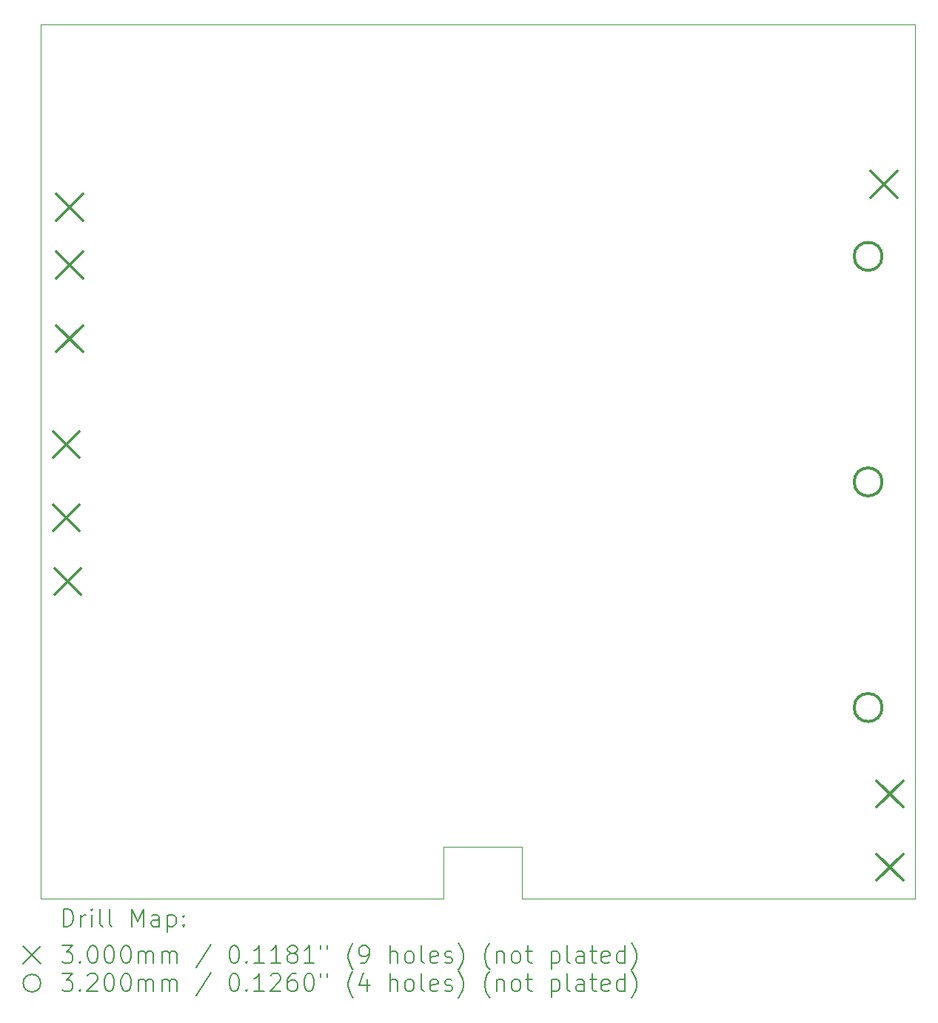
<source format=gbr>
%TF.GenerationSoftware,KiCad,Pcbnew,9.0.0*%
%TF.CreationDate,2025-03-25T01:22:25+01:00*%
%TF.ProjectId,FCCU-v2-schematic-pcb,46434355-2d76-4322-9d73-6368656d6174,rev?*%
%TF.SameCoordinates,Original*%
%TF.FileFunction,Drillmap*%
%TF.FilePolarity,Positive*%
%FSLAX45Y45*%
G04 Gerber Fmt 4.5, Leading zero omitted, Abs format (unit mm)*
G04 Created by KiCad (PCBNEW 9.0.0) date 2025-03-25 01:22:25*
%MOMM*%
%LPD*%
G01*
G04 APERTURE LIST*
%ADD10C,0.050000*%
%ADD11C,0.200000*%
%ADD12C,0.300000*%
%ADD13C,0.320000*%
G04 APERTURE END LIST*
D10*
X14550000Y-11550000D02*
X14550000Y-10950000D01*
X9050000Y-11550000D02*
X13650000Y-11550000D01*
X9050000Y-1550000D02*
X9050000Y-11550000D01*
X14550000Y-10950000D02*
X13650000Y-10950000D01*
X19050000Y-11550000D02*
X19050000Y-1550000D01*
X19050000Y-1550000D02*
X9050000Y-1550000D01*
X14550000Y-11550000D02*
X19050000Y-11550000D01*
X13650000Y-10950000D02*
X13650000Y-11550000D01*
D11*
D12*
X9191290Y-6201575D02*
X9491290Y-6501575D01*
X9491290Y-6201575D02*
X9191290Y-6501575D01*
X9191290Y-7041575D02*
X9491290Y-7341575D01*
X9491290Y-7041575D02*
X9191290Y-7341575D01*
X9207500Y-7770000D02*
X9507500Y-8070000D01*
X9507500Y-7770000D02*
X9207500Y-8070000D01*
X9227500Y-3490000D02*
X9527500Y-3790000D01*
X9527500Y-3490000D02*
X9227500Y-3790000D01*
X9227500Y-4150000D02*
X9527500Y-4450000D01*
X9527500Y-4150000D02*
X9227500Y-4450000D01*
X9227500Y-4990000D02*
X9527500Y-5290000D01*
X9527500Y-4990000D02*
X9227500Y-5290000D01*
X18542500Y-3225000D02*
X18842500Y-3525000D01*
X18842500Y-3225000D02*
X18542500Y-3525000D01*
X18608710Y-10198425D02*
X18908710Y-10498425D01*
X18908710Y-10198425D02*
X18608710Y-10498425D01*
X18608710Y-11038425D02*
X18908710Y-11338425D01*
X18908710Y-11038425D02*
X18608710Y-11338425D01*
D13*
X18670000Y-4200000D02*
G75*
G02*
X18350000Y-4200000I-160000J0D01*
G01*
X18350000Y-4200000D02*
G75*
G02*
X18670000Y-4200000I160000J0D01*
G01*
X18670000Y-6780000D02*
G75*
G02*
X18350000Y-6780000I-160000J0D01*
G01*
X18350000Y-6780000D02*
G75*
G02*
X18670000Y-6780000I160000J0D01*
G01*
X18670000Y-6780000D02*
G75*
G02*
X18350000Y-6780000I-160000J0D01*
G01*
X18350000Y-6780000D02*
G75*
G02*
X18670000Y-6780000I160000J0D01*
G01*
X18670000Y-9360000D02*
G75*
G02*
X18350000Y-9360000I-160000J0D01*
G01*
X18350000Y-9360000D02*
G75*
G02*
X18670000Y-9360000I160000J0D01*
G01*
D11*
X9308277Y-11863984D02*
X9308277Y-11663984D01*
X9308277Y-11663984D02*
X9355896Y-11663984D01*
X9355896Y-11663984D02*
X9384467Y-11673508D01*
X9384467Y-11673508D02*
X9403515Y-11692555D01*
X9403515Y-11692555D02*
X9413039Y-11711603D01*
X9413039Y-11711603D02*
X9422563Y-11749698D01*
X9422563Y-11749698D02*
X9422563Y-11778269D01*
X9422563Y-11778269D02*
X9413039Y-11816365D01*
X9413039Y-11816365D02*
X9403515Y-11835412D01*
X9403515Y-11835412D02*
X9384467Y-11854460D01*
X9384467Y-11854460D02*
X9355896Y-11863984D01*
X9355896Y-11863984D02*
X9308277Y-11863984D01*
X9508277Y-11863984D02*
X9508277Y-11730650D01*
X9508277Y-11768746D02*
X9517801Y-11749698D01*
X9517801Y-11749698D02*
X9527324Y-11740174D01*
X9527324Y-11740174D02*
X9546372Y-11730650D01*
X9546372Y-11730650D02*
X9565420Y-11730650D01*
X9632086Y-11863984D02*
X9632086Y-11730650D01*
X9632086Y-11663984D02*
X9622563Y-11673508D01*
X9622563Y-11673508D02*
X9632086Y-11683031D01*
X9632086Y-11683031D02*
X9641610Y-11673508D01*
X9641610Y-11673508D02*
X9632086Y-11663984D01*
X9632086Y-11663984D02*
X9632086Y-11683031D01*
X9755896Y-11863984D02*
X9736848Y-11854460D01*
X9736848Y-11854460D02*
X9727324Y-11835412D01*
X9727324Y-11835412D02*
X9727324Y-11663984D01*
X9860658Y-11863984D02*
X9841610Y-11854460D01*
X9841610Y-11854460D02*
X9832086Y-11835412D01*
X9832086Y-11835412D02*
X9832086Y-11663984D01*
X10089229Y-11863984D02*
X10089229Y-11663984D01*
X10089229Y-11663984D02*
X10155896Y-11806841D01*
X10155896Y-11806841D02*
X10222563Y-11663984D01*
X10222563Y-11663984D02*
X10222563Y-11863984D01*
X10403515Y-11863984D02*
X10403515Y-11759222D01*
X10403515Y-11759222D02*
X10393991Y-11740174D01*
X10393991Y-11740174D02*
X10374944Y-11730650D01*
X10374944Y-11730650D02*
X10336848Y-11730650D01*
X10336848Y-11730650D02*
X10317801Y-11740174D01*
X10403515Y-11854460D02*
X10384467Y-11863984D01*
X10384467Y-11863984D02*
X10336848Y-11863984D01*
X10336848Y-11863984D02*
X10317801Y-11854460D01*
X10317801Y-11854460D02*
X10308277Y-11835412D01*
X10308277Y-11835412D02*
X10308277Y-11816365D01*
X10308277Y-11816365D02*
X10317801Y-11797317D01*
X10317801Y-11797317D02*
X10336848Y-11787793D01*
X10336848Y-11787793D02*
X10384467Y-11787793D01*
X10384467Y-11787793D02*
X10403515Y-11778269D01*
X10498753Y-11730650D02*
X10498753Y-11930650D01*
X10498753Y-11740174D02*
X10517801Y-11730650D01*
X10517801Y-11730650D02*
X10555896Y-11730650D01*
X10555896Y-11730650D02*
X10574944Y-11740174D01*
X10574944Y-11740174D02*
X10584467Y-11749698D01*
X10584467Y-11749698D02*
X10593991Y-11768746D01*
X10593991Y-11768746D02*
X10593991Y-11825888D01*
X10593991Y-11825888D02*
X10584467Y-11844936D01*
X10584467Y-11844936D02*
X10574944Y-11854460D01*
X10574944Y-11854460D02*
X10555896Y-11863984D01*
X10555896Y-11863984D02*
X10517801Y-11863984D01*
X10517801Y-11863984D02*
X10498753Y-11854460D01*
X10679705Y-11844936D02*
X10689229Y-11854460D01*
X10689229Y-11854460D02*
X10679705Y-11863984D01*
X10679705Y-11863984D02*
X10670182Y-11854460D01*
X10670182Y-11854460D02*
X10679705Y-11844936D01*
X10679705Y-11844936D02*
X10679705Y-11863984D01*
X10679705Y-11740174D02*
X10689229Y-11749698D01*
X10689229Y-11749698D02*
X10679705Y-11759222D01*
X10679705Y-11759222D02*
X10670182Y-11749698D01*
X10670182Y-11749698D02*
X10679705Y-11740174D01*
X10679705Y-11740174D02*
X10679705Y-11759222D01*
X8847500Y-12092500D02*
X9047500Y-12292500D01*
X9047500Y-12092500D02*
X8847500Y-12292500D01*
X9289229Y-12083984D02*
X9413039Y-12083984D01*
X9413039Y-12083984D02*
X9346372Y-12160174D01*
X9346372Y-12160174D02*
X9374944Y-12160174D01*
X9374944Y-12160174D02*
X9393991Y-12169698D01*
X9393991Y-12169698D02*
X9403515Y-12179222D01*
X9403515Y-12179222D02*
X9413039Y-12198269D01*
X9413039Y-12198269D02*
X9413039Y-12245888D01*
X9413039Y-12245888D02*
X9403515Y-12264936D01*
X9403515Y-12264936D02*
X9393991Y-12274460D01*
X9393991Y-12274460D02*
X9374944Y-12283984D01*
X9374944Y-12283984D02*
X9317801Y-12283984D01*
X9317801Y-12283984D02*
X9298753Y-12274460D01*
X9298753Y-12274460D02*
X9289229Y-12264936D01*
X9498753Y-12264936D02*
X9508277Y-12274460D01*
X9508277Y-12274460D02*
X9498753Y-12283984D01*
X9498753Y-12283984D02*
X9489229Y-12274460D01*
X9489229Y-12274460D02*
X9498753Y-12264936D01*
X9498753Y-12264936D02*
X9498753Y-12283984D01*
X9632086Y-12083984D02*
X9651134Y-12083984D01*
X9651134Y-12083984D02*
X9670182Y-12093508D01*
X9670182Y-12093508D02*
X9679705Y-12103031D01*
X9679705Y-12103031D02*
X9689229Y-12122079D01*
X9689229Y-12122079D02*
X9698753Y-12160174D01*
X9698753Y-12160174D02*
X9698753Y-12207793D01*
X9698753Y-12207793D02*
X9689229Y-12245888D01*
X9689229Y-12245888D02*
X9679705Y-12264936D01*
X9679705Y-12264936D02*
X9670182Y-12274460D01*
X9670182Y-12274460D02*
X9651134Y-12283984D01*
X9651134Y-12283984D02*
X9632086Y-12283984D01*
X9632086Y-12283984D02*
X9613039Y-12274460D01*
X9613039Y-12274460D02*
X9603515Y-12264936D01*
X9603515Y-12264936D02*
X9593991Y-12245888D01*
X9593991Y-12245888D02*
X9584467Y-12207793D01*
X9584467Y-12207793D02*
X9584467Y-12160174D01*
X9584467Y-12160174D02*
X9593991Y-12122079D01*
X9593991Y-12122079D02*
X9603515Y-12103031D01*
X9603515Y-12103031D02*
X9613039Y-12093508D01*
X9613039Y-12093508D02*
X9632086Y-12083984D01*
X9822563Y-12083984D02*
X9841610Y-12083984D01*
X9841610Y-12083984D02*
X9860658Y-12093508D01*
X9860658Y-12093508D02*
X9870182Y-12103031D01*
X9870182Y-12103031D02*
X9879705Y-12122079D01*
X9879705Y-12122079D02*
X9889229Y-12160174D01*
X9889229Y-12160174D02*
X9889229Y-12207793D01*
X9889229Y-12207793D02*
X9879705Y-12245888D01*
X9879705Y-12245888D02*
X9870182Y-12264936D01*
X9870182Y-12264936D02*
X9860658Y-12274460D01*
X9860658Y-12274460D02*
X9841610Y-12283984D01*
X9841610Y-12283984D02*
X9822563Y-12283984D01*
X9822563Y-12283984D02*
X9803515Y-12274460D01*
X9803515Y-12274460D02*
X9793991Y-12264936D01*
X9793991Y-12264936D02*
X9784467Y-12245888D01*
X9784467Y-12245888D02*
X9774944Y-12207793D01*
X9774944Y-12207793D02*
X9774944Y-12160174D01*
X9774944Y-12160174D02*
X9784467Y-12122079D01*
X9784467Y-12122079D02*
X9793991Y-12103031D01*
X9793991Y-12103031D02*
X9803515Y-12093508D01*
X9803515Y-12093508D02*
X9822563Y-12083984D01*
X10013039Y-12083984D02*
X10032086Y-12083984D01*
X10032086Y-12083984D02*
X10051134Y-12093508D01*
X10051134Y-12093508D02*
X10060658Y-12103031D01*
X10060658Y-12103031D02*
X10070182Y-12122079D01*
X10070182Y-12122079D02*
X10079705Y-12160174D01*
X10079705Y-12160174D02*
X10079705Y-12207793D01*
X10079705Y-12207793D02*
X10070182Y-12245888D01*
X10070182Y-12245888D02*
X10060658Y-12264936D01*
X10060658Y-12264936D02*
X10051134Y-12274460D01*
X10051134Y-12274460D02*
X10032086Y-12283984D01*
X10032086Y-12283984D02*
X10013039Y-12283984D01*
X10013039Y-12283984D02*
X9993991Y-12274460D01*
X9993991Y-12274460D02*
X9984467Y-12264936D01*
X9984467Y-12264936D02*
X9974944Y-12245888D01*
X9974944Y-12245888D02*
X9965420Y-12207793D01*
X9965420Y-12207793D02*
X9965420Y-12160174D01*
X9965420Y-12160174D02*
X9974944Y-12122079D01*
X9974944Y-12122079D02*
X9984467Y-12103031D01*
X9984467Y-12103031D02*
X9993991Y-12093508D01*
X9993991Y-12093508D02*
X10013039Y-12083984D01*
X10165420Y-12283984D02*
X10165420Y-12150650D01*
X10165420Y-12169698D02*
X10174944Y-12160174D01*
X10174944Y-12160174D02*
X10193991Y-12150650D01*
X10193991Y-12150650D02*
X10222563Y-12150650D01*
X10222563Y-12150650D02*
X10241610Y-12160174D01*
X10241610Y-12160174D02*
X10251134Y-12179222D01*
X10251134Y-12179222D02*
X10251134Y-12283984D01*
X10251134Y-12179222D02*
X10260658Y-12160174D01*
X10260658Y-12160174D02*
X10279705Y-12150650D01*
X10279705Y-12150650D02*
X10308277Y-12150650D01*
X10308277Y-12150650D02*
X10327325Y-12160174D01*
X10327325Y-12160174D02*
X10336848Y-12179222D01*
X10336848Y-12179222D02*
X10336848Y-12283984D01*
X10432086Y-12283984D02*
X10432086Y-12150650D01*
X10432086Y-12169698D02*
X10441610Y-12160174D01*
X10441610Y-12160174D02*
X10460658Y-12150650D01*
X10460658Y-12150650D02*
X10489229Y-12150650D01*
X10489229Y-12150650D02*
X10508277Y-12160174D01*
X10508277Y-12160174D02*
X10517801Y-12179222D01*
X10517801Y-12179222D02*
X10517801Y-12283984D01*
X10517801Y-12179222D02*
X10527325Y-12160174D01*
X10527325Y-12160174D02*
X10546372Y-12150650D01*
X10546372Y-12150650D02*
X10574944Y-12150650D01*
X10574944Y-12150650D02*
X10593991Y-12160174D01*
X10593991Y-12160174D02*
X10603515Y-12179222D01*
X10603515Y-12179222D02*
X10603515Y-12283984D01*
X10993991Y-12074460D02*
X10822563Y-12331603D01*
X11251134Y-12083984D02*
X11270182Y-12083984D01*
X11270182Y-12083984D02*
X11289229Y-12093508D01*
X11289229Y-12093508D02*
X11298753Y-12103031D01*
X11298753Y-12103031D02*
X11308277Y-12122079D01*
X11308277Y-12122079D02*
X11317801Y-12160174D01*
X11317801Y-12160174D02*
X11317801Y-12207793D01*
X11317801Y-12207793D02*
X11308277Y-12245888D01*
X11308277Y-12245888D02*
X11298753Y-12264936D01*
X11298753Y-12264936D02*
X11289229Y-12274460D01*
X11289229Y-12274460D02*
X11270182Y-12283984D01*
X11270182Y-12283984D02*
X11251134Y-12283984D01*
X11251134Y-12283984D02*
X11232086Y-12274460D01*
X11232086Y-12274460D02*
X11222563Y-12264936D01*
X11222563Y-12264936D02*
X11213039Y-12245888D01*
X11213039Y-12245888D02*
X11203515Y-12207793D01*
X11203515Y-12207793D02*
X11203515Y-12160174D01*
X11203515Y-12160174D02*
X11213039Y-12122079D01*
X11213039Y-12122079D02*
X11222563Y-12103031D01*
X11222563Y-12103031D02*
X11232086Y-12093508D01*
X11232086Y-12093508D02*
X11251134Y-12083984D01*
X11403515Y-12264936D02*
X11413039Y-12274460D01*
X11413039Y-12274460D02*
X11403515Y-12283984D01*
X11403515Y-12283984D02*
X11393991Y-12274460D01*
X11393991Y-12274460D02*
X11403515Y-12264936D01*
X11403515Y-12264936D02*
X11403515Y-12283984D01*
X11603515Y-12283984D02*
X11489229Y-12283984D01*
X11546372Y-12283984D02*
X11546372Y-12083984D01*
X11546372Y-12083984D02*
X11527325Y-12112555D01*
X11527325Y-12112555D02*
X11508277Y-12131603D01*
X11508277Y-12131603D02*
X11489229Y-12141127D01*
X11793991Y-12283984D02*
X11679706Y-12283984D01*
X11736848Y-12283984D02*
X11736848Y-12083984D01*
X11736848Y-12083984D02*
X11717801Y-12112555D01*
X11717801Y-12112555D02*
X11698753Y-12131603D01*
X11698753Y-12131603D02*
X11679706Y-12141127D01*
X11908277Y-12169698D02*
X11889229Y-12160174D01*
X11889229Y-12160174D02*
X11879706Y-12150650D01*
X11879706Y-12150650D02*
X11870182Y-12131603D01*
X11870182Y-12131603D02*
X11870182Y-12122079D01*
X11870182Y-12122079D02*
X11879706Y-12103031D01*
X11879706Y-12103031D02*
X11889229Y-12093508D01*
X11889229Y-12093508D02*
X11908277Y-12083984D01*
X11908277Y-12083984D02*
X11946372Y-12083984D01*
X11946372Y-12083984D02*
X11965420Y-12093508D01*
X11965420Y-12093508D02*
X11974944Y-12103031D01*
X11974944Y-12103031D02*
X11984467Y-12122079D01*
X11984467Y-12122079D02*
X11984467Y-12131603D01*
X11984467Y-12131603D02*
X11974944Y-12150650D01*
X11974944Y-12150650D02*
X11965420Y-12160174D01*
X11965420Y-12160174D02*
X11946372Y-12169698D01*
X11946372Y-12169698D02*
X11908277Y-12169698D01*
X11908277Y-12169698D02*
X11889229Y-12179222D01*
X11889229Y-12179222D02*
X11879706Y-12188746D01*
X11879706Y-12188746D02*
X11870182Y-12207793D01*
X11870182Y-12207793D02*
X11870182Y-12245888D01*
X11870182Y-12245888D02*
X11879706Y-12264936D01*
X11879706Y-12264936D02*
X11889229Y-12274460D01*
X11889229Y-12274460D02*
X11908277Y-12283984D01*
X11908277Y-12283984D02*
X11946372Y-12283984D01*
X11946372Y-12283984D02*
X11965420Y-12274460D01*
X11965420Y-12274460D02*
X11974944Y-12264936D01*
X11974944Y-12264936D02*
X11984467Y-12245888D01*
X11984467Y-12245888D02*
X11984467Y-12207793D01*
X11984467Y-12207793D02*
X11974944Y-12188746D01*
X11974944Y-12188746D02*
X11965420Y-12179222D01*
X11965420Y-12179222D02*
X11946372Y-12169698D01*
X12174944Y-12283984D02*
X12060658Y-12283984D01*
X12117801Y-12283984D02*
X12117801Y-12083984D01*
X12117801Y-12083984D02*
X12098753Y-12112555D01*
X12098753Y-12112555D02*
X12079706Y-12131603D01*
X12079706Y-12131603D02*
X12060658Y-12141127D01*
X12251134Y-12083984D02*
X12251134Y-12122079D01*
X12327325Y-12083984D02*
X12327325Y-12122079D01*
X12622563Y-12360174D02*
X12613039Y-12350650D01*
X12613039Y-12350650D02*
X12593991Y-12322079D01*
X12593991Y-12322079D02*
X12584468Y-12303031D01*
X12584468Y-12303031D02*
X12574944Y-12274460D01*
X12574944Y-12274460D02*
X12565420Y-12226841D01*
X12565420Y-12226841D02*
X12565420Y-12188746D01*
X12565420Y-12188746D02*
X12574944Y-12141127D01*
X12574944Y-12141127D02*
X12584468Y-12112555D01*
X12584468Y-12112555D02*
X12593991Y-12093508D01*
X12593991Y-12093508D02*
X12613039Y-12064936D01*
X12613039Y-12064936D02*
X12622563Y-12055412D01*
X12708277Y-12283984D02*
X12746372Y-12283984D01*
X12746372Y-12283984D02*
X12765420Y-12274460D01*
X12765420Y-12274460D02*
X12774944Y-12264936D01*
X12774944Y-12264936D02*
X12793991Y-12236365D01*
X12793991Y-12236365D02*
X12803515Y-12198269D01*
X12803515Y-12198269D02*
X12803515Y-12122079D01*
X12803515Y-12122079D02*
X12793991Y-12103031D01*
X12793991Y-12103031D02*
X12784468Y-12093508D01*
X12784468Y-12093508D02*
X12765420Y-12083984D01*
X12765420Y-12083984D02*
X12727325Y-12083984D01*
X12727325Y-12083984D02*
X12708277Y-12093508D01*
X12708277Y-12093508D02*
X12698753Y-12103031D01*
X12698753Y-12103031D02*
X12689229Y-12122079D01*
X12689229Y-12122079D02*
X12689229Y-12169698D01*
X12689229Y-12169698D02*
X12698753Y-12188746D01*
X12698753Y-12188746D02*
X12708277Y-12198269D01*
X12708277Y-12198269D02*
X12727325Y-12207793D01*
X12727325Y-12207793D02*
X12765420Y-12207793D01*
X12765420Y-12207793D02*
X12784468Y-12198269D01*
X12784468Y-12198269D02*
X12793991Y-12188746D01*
X12793991Y-12188746D02*
X12803515Y-12169698D01*
X13041610Y-12283984D02*
X13041610Y-12083984D01*
X13127325Y-12283984D02*
X13127325Y-12179222D01*
X13127325Y-12179222D02*
X13117801Y-12160174D01*
X13117801Y-12160174D02*
X13098753Y-12150650D01*
X13098753Y-12150650D02*
X13070182Y-12150650D01*
X13070182Y-12150650D02*
X13051134Y-12160174D01*
X13051134Y-12160174D02*
X13041610Y-12169698D01*
X13251134Y-12283984D02*
X13232087Y-12274460D01*
X13232087Y-12274460D02*
X13222563Y-12264936D01*
X13222563Y-12264936D02*
X13213039Y-12245888D01*
X13213039Y-12245888D02*
X13213039Y-12188746D01*
X13213039Y-12188746D02*
X13222563Y-12169698D01*
X13222563Y-12169698D02*
X13232087Y-12160174D01*
X13232087Y-12160174D02*
X13251134Y-12150650D01*
X13251134Y-12150650D02*
X13279706Y-12150650D01*
X13279706Y-12150650D02*
X13298753Y-12160174D01*
X13298753Y-12160174D02*
X13308277Y-12169698D01*
X13308277Y-12169698D02*
X13317801Y-12188746D01*
X13317801Y-12188746D02*
X13317801Y-12245888D01*
X13317801Y-12245888D02*
X13308277Y-12264936D01*
X13308277Y-12264936D02*
X13298753Y-12274460D01*
X13298753Y-12274460D02*
X13279706Y-12283984D01*
X13279706Y-12283984D02*
X13251134Y-12283984D01*
X13432087Y-12283984D02*
X13413039Y-12274460D01*
X13413039Y-12274460D02*
X13403515Y-12255412D01*
X13403515Y-12255412D02*
X13403515Y-12083984D01*
X13584468Y-12274460D02*
X13565420Y-12283984D01*
X13565420Y-12283984D02*
X13527325Y-12283984D01*
X13527325Y-12283984D02*
X13508277Y-12274460D01*
X13508277Y-12274460D02*
X13498753Y-12255412D01*
X13498753Y-12255412D02*
X13498753Y-12179222D01*
X13498753Y-12179222D02*
X13508277Y-12160174D01*
X13508277Y-12160174D02*
X13527325Y-12150650D01*
X13527325Y-12150650D02*
X13565420Y-12150650D01*
X13565420Y-12150650D02*
X13584468Y-12160174D01*
X13584468Y-12160174D02*
X13593991Y-12179222D01*
X13593991Y-12179222D02*
X13593991Y-12198269D01*
X13593991Y-12198269D02*
X13498753Y-12217317D01*
X13670182Y-12274460D02*
X13689230Y-12283984D01*
X13689230Y-12283984D02*
X13727325Y-12283984D01*
X13727325Y-12283984D02*
X13746372Y-12274460D01*
X13746372Y-12274460D02*
X13755896Y-12255412D01*
X13755896Y-12255412D02*
X13755896Y-12245888D01*
X13755896Y-12245888D02*
X13746372Y-12226841D01*
X13746372Y-12226841D02*
X13727325Y-12217317D01*
X13727325Y-12217317D02*
X13698753Y-12217317D01*
X13698753Y-12217317D02*
X13679706Y-12207793D01*
X13679706Y-12207793D02*
X13670182Y-12188746D01*
X13670182Y-12188746D02*
X13670182Y-12179222D01*
X13670182Y-12179222D02*
X13679706Y-12160174D01*
X13679706Y-12160174D02*
X13698753Y-12150650D01*
X13698753Y-12150650D02*
X13727325Y-12150650D01*
X13727325Y-12150650D02*
X13746372Y-12160174D01*
X13822563Y-12360174D02*
X13832087Y-12350650D01*
X13832087Y-12350650D02*
X13851134Y-12322079D01*
X13851134Y-12322079D02*
X13860658Y-12303031D01*
X13860658Y-12303031D02*
X13870182Y-12274460D01*
X13870182Y-12274460D02*
X13879706Y-12226841D01*
X13879706Y-12226841D02*
X13879706Y-12188746D01*
X13879706Y-12188746D02*
X13870182Y-12141127D01*
X13870182Y-12141127D02*
X13860658Y-12112555D01*
X13860658Y-12112555D02*
X13851134Y-12093508D01*
X13851134Y-12093508D02*
X13832087Y-12064936D01*
X13832087Y-12064936D02*
X13822563Y-12055412D01*
X14184468Y-12360174D02*
X14174944Y-12350650D01*
X14174944Y-12350650D02*
X14155896Y-12322079D01*
X14155896Y-12322079D02*
X14146372Y-12303031D01*
X14146372Y-12303031D02*
X14136849Y-12274460D01*
X14136849Y-12274460D02*
X14127325Y-12226841D01*
X14127325Y-12226841D02*
X14127325Y-12188746D01*
X14127325Y-12188746D02*
X14136849Y-12141127D01*
X14136849Y-12141127D02*
X14146372Y-12112555D01*
X14146372Y-12112555D02*
X14155896Y-12093508D01*
X14155896Y-12093508D02*
X14174944Y-12064936D01*
X14174944Y-12064936D02*
X14184468Y-12055412D01*
X14260658Y-12150650D02*
X14260658Y-12283984D01*
X14260658Y-12169698D02*
X14270182Y-12160174D01*
X14270182Y-12160174D02*
X14289230Y-12150650D01*
X14289230Y-12150650D02*
X14317801Y-12150650D01*
X14317801Y-12150650D02*
X14336849Y-12160174D01*
X14336849Y-12160174D02*
X14346372Y-12179222D01*
X14346372Y-12179222D02*
X14346372Y-12283984D01*
X14470182Y-12283984D02*
X14451134Y-12274460D01*
X14451134Y-12274460D02*
X14441611Y-12264936D01*
X14441611Y-12264936D02*
X14432087Y-12245888D01*
X14432087Y-12245888D02*
X14432087Y-12188746D01*
X14432087Y-12188746D02*
X14441611Y-12169698D01*
X14441611Y-12169698D02*
X14451134Y-12160174D01*
X14451134Y-12160174D02*
X14470182Y-12150650D01*
X14470182Y-12150650D02*
X14498753Y-12150650D01*
X14498753Y-12150650D02*
X14517801Y-12160174D01*
X14517801Y-12160174D02*
X14527325Y-12169698D01*
X14527325Y-12169698D02*
X14536849Y-12188746D01*
X14536849Y-12188746D02*
X14536849Y-12245888D01*
X14536849Y-12245888D02*
X14527325Y-12264936D01*
X14527325Y-12264936D02*
X14517801Y-12274460D01*
X14517801Y-12274460D02*
X14498753Y-12283984D01*
X14498753Y-12283984D02*
X14470182Y-12283984D01*
X14593992Y-12150650D02*
X14670182Y-12150650D01*
X14622563Y-12083984D02*
X14622563Y-12255412D01*
X14622563Y-12255412D02*
X14632087Y-12274460D01*
X14632087Y-12274460D02*
X14651134Y-12283984D01*
X14651134Y-12283984D02*
X14670182Y-12283984D01*
X14889230Y-12150650D02*
X14889230Y-12350650D01*
X14889230Y-12160174D02*
X14908277Y-12150650D01*
X14908277Y-12150650D02*
X14946373Y-12150650D01*
X14946373Y-12150650D02*
X14965420Y-12160174D01*
X14965420Y-12160174D02*
X14974944Y-12169698D01*
X14974944Y-12169698D02*
X14984468Y-12188746D01*
X14984468Y-12188746D02*
X14984468Y-12245888D01*
X14984468Y-12245888D02*
X14974944Y-12264936D01*
X14974944Y-12264936D02*
X14965420Y-12274460D01*
X14965420Y-12274460D02*
X14946373Y-12283984D01*
X14946373Y-12283984D02*
X14908277Y-12283984D01*
X14908277Y-12283984D02*
X14889230Y-12274460D01*
X15098753Y-12283984D02*
X15079706Y-12274460D01*
X15079706Y-12274460D02*
X15070182Y-12255412D01*
X15070182Y-12255412D02*
X15070182Y-12083984D01*
X15260658Y-12283984D02*
X15260658Y-12179222D01*
X15260658Y-12179222D02*
X15251134Y-12160174D01*
X15251134Y-12160174D02*
X15232087Y-12150650D01*
X15232087Y-12150650D02*
X15193992Y-12150650D01*
X15193992Y-12150650D02*
X15174944Y-12160174D01*
X15260658Y-12274460D02*
X15241611Y-12283984D01*
X15241611Y-12283984D02*
X15193992Y-12283984D01*
X15193992Y-12283984D02*
X15174944Y-12274460D01*
X15174944Y-12274460D02*
X15165420Y-12255412D01*
X15165420Y-12255412D02*
X15165420Y-12236365D01*
X15165420Y-12236365D02*
X15174944Y-12217317D01*
X15174944Y-12217317D02*
X15193992Y-12207793D01*
X15193992Y-12207793D02*
X15241611Y-12207793D01*
X15241611Y-12207793D02*
X15260658Y-12198269D01*
X15327325Y-12150650D02*
X15403515Y-12150650D01*
X15355896Y-12083984D02*
X15355896Y-12255412D01*
X15355896Y-12255412D02*
X15365420Y-12274460D01*
X15365420Y-12274460D02*
X15384468Y-12283984D01*
X15384468Y-12283984D02*
X15403515Y-12283984D01*
X15546373Y-12274460D02*
X15527325Y-12283984D01*
X15527325Y-12283984D02*
X15489230Y-12283984D01*
X15489230Y-12283984D02*
X15470182Y-12274460D01*
X15470182Y-12274460D02*
X15460658Y-12255412D01*
X15460658Y-12255412D02*
X15460658Y-12179222D01*
X15460658Y-12179222D02*
X15470182Y-12160174D01*
X15470182Y-12160174D02*
X15489230Y-12150650D01*
X15489230Y-12150650D02*
X15527325Y-12150650D01*
X15527325Y-12150650D02*
X15546373Y-12160174D01*
X15546373Y-12160174D02*
X15555896Y-12179222D01*
X15555896Y-12179222D02*
X15555896Y-12198269D01*
X15555896Y-12198269D02*
X15460658Y-12217317D01*
X15727325Y-12283984D02*
X15727325Y-12083984D01*
X15727325Y-12274460D02*
X15708277Y-12283984D01*
X15708277Y-12283984D02*
X15670182Y-12283984D01*
X15670182Y-12283984D02*
X15651134Y-12274460D01*
X15651134Y-12274460D02*
X15641611Y-12264936D01*
X15641611Y-12264936D02*
X15632087Y-12245888D01*
X15632087Y-12245888D02*
X15632087Y-12188746D01*
X15632087Y-12188746D02*
X15641611Y-12169698D01*
X15641611Y-12169698D02*
X15651134Y-12160174D01*
X15651134Y-12160174D02*
X15670182Y-12150650D01*
X15670182Y-12150650D02*
X15708277Y-12150650D01*
X15708277Y-12150650D02*
X15727325Y-12160174D01*
X15803515Y-12360174D02*
X15813039Y-12350650D01*
X15813039Y-12350650D02*
X15832087Y-12322079D01*
X15832087Y-12322079D02*
X15841611Y-12303031D01*
X15841611Y-12303031D02*
X15851134Y-12274460D01*
X15851134Y-12274460D02*
X15860658Y-12226841D01*
X15860658Y-12226841D02*
X15860658Y-12188746D01*
X15860658Y-12188746D02*
X15851134Y-12141127D01*
X15851134Y-12141127D02*
X15841611Y-12112555D01*
X15841611Y-12112555D02*
X15832087Y-12093508D01*
X15832087Y-12093508D02*
X15813039Y-12064936D01*
X15813039Y-12064936D02*
X15803515Y-12055412D01*
X9047500Y-12512500D02*
G75*
G02*
X8847500Y-12512500I-100000J0D01*
G01*
X8847500Y-12512500D02*
G75*
G02*
X9047500Y-12512500I100000J0D01*
G01*
X9289229Y-12403984D02*
X9413039Y-12403984D01*
X9413039Y-12403984D02*
X9346372Y-12480174D01*
X9346372Y-12480174D02*
X9374944Y-12480174D01*
X9374944Y-12480174D02*
X9393991Y-12489698D01*
X9393991Y-12489698D02*
X9403515Y-12499222D01*
X9403515Y-12499222D02*
X9413039Y-12518269D01*
X9413039Y-12518269D02*
X9413039Y-12565888D01*
X9413039Y-12565888D02*
X9403515Y-12584936D01*
X9403515Y-12584936D02*
X9393991Y-12594460D01*
X9393991Y-12594460D02*
X9374944Y-12603984D01*
X9374944Y-12603984D02*
X9317801Y-12603984D01*
X9317801Y-12603984D02*
X9298753Y-12594460D01*
X9298753Y-12594460D02*
X9289229Y-12584936D01*
X9498753Y-12584936D02*
X9508277Y-12594460D01*
X9508277Y-12594460D02*
X9498753Y-12603984D01*
X9498753Y-12603984D02*
X9489229Y-12594460D01*
X9489229Y-12594460D02*
X9498753Y-12584936D01*
X9498753Y-12584936D02*
X9498753Y-12603984D01*
X9584467Y-12423031D02*
X9593991Y-12413508D01*
X9593991Y-12413508D02*
X9613039Y-12403984D01*
X9613039Y-12403984D02*
X9660658Y-12403984D01*
X9660658Y-12403984D02*
X9679705Y-12413508D01*
X9679705Y-12413508D02*
X9689229Y-12423031D01*
X9689229Y-12423031D02*
X9698753Y-12442079D01*
X9698753Y-12442079D02*
X9698753Y-12461127D01*
X9698753Y-12461127D02*
X9689229Y-12489698D01*
X9689229Y-12489698D02*
X9574944Y-12603984D01*
X9574944Y-12603984D02*
X9698753Y-12603984D01*
X9822563Y-12403984D02*
X9841610Y-12403984D01*
X9841610Y-12403984D02*
X9860658Y-12413508D01*
X9860658Y-12413508D02*
X9870182Y-12423031D01*
X9870182Y-12423031D02*
X9879705Y-12442079D01*
X9879705Y-12442079D02*
X9889229Y-12480174D01*
X9889229Y-12480174D02*
X9889229Y-12527793D01*
X9889229Y-12527793D02*
X9879705Y-12565888D01*
X9879705Y-12565888D02*
X9870182Y-12584936D01*
X9870182Y-12584936D02*
X9860658Y-12594460D01*
X9860658Y-12594460D02*
X9841610Y-12603984D01*
X9841610Y-12603984D02*
X9822563Y-12603984D01*
X9822563Y-12603984D02*
X9803515Y-12594460D01*
X9803515Y-12594460D02*
X9793991Y-12584936D01*
X9793991Y-12584936D02*
X9784467Y-12565888D01*
X9784467Y-12565888D02*
X9774944Y-12527793D01*
X9774944Y-12527793D02*
X9774944Y-12480174D01*
X9774944Y-12480174D02*
X9784467Y-12442079D01*
X9784467Y-12442079D02*
X9793991Y-12423031D01*
X9793991Y-12423031D02*
X9803515Y-12413508D01*
X9803515Y-12413508D02*
X9822563Y-12403984D01*
X10013039Y-12403984D02*
X10032086Y-12403984D01*
X10032086Y-12403984D02*
X10051134Y-12413508D01*
X10051134Y-12413508D02*
X10060658Y-12423031D01*
X10060658Y-12423031D02*
X10070182Y-12442079D01*
X10070182Y-12442079D02*
X10079705Y-12480174D01*
X10079705Y-12480174D02*
X10079705Y-12527793D01*
X10079705Y-12527793D02*
X10070182Y-12565888D01*
X10070182Y-12565888D02*
X10060658Y-12584936D01*
X10060658Y-12584936D02*
X10051134Y-12594460D01*
X10051134Y-12594460D02*
X10032086Y-12603984D01*
X10032086Y-12603984D02*
X10013039Y-12603984D01*
X10013039Y-12603984D02*
X9993991Y-12594460D01*
X9993991Y-12594460D02*
X9984467Y-12584936D01*
X9984467Y-12584936D02*
X9974944Y-12565888D01*
X9974944Y-12565888D02*
X9965420Y-12527793D01*
X9965420Y-12527793D02*
X9965420Y-12480174D01*
X9965420Y-12480174D02*
X9974944Y-12442079D01*
X9974944Y-12442079D02*
X9984467Y-12423031D01*
X9984467Y-12423031D02*
X9993991Y-12413508D01*
X9993991Y-12413508D02*
X10013039Y-12403984D01*
X10165420Y-12603984D02*
X10165420Y-12470650D01*
X10165420Y-12489698D02*
X10174944Y-12480174D01*
X10174944Y-12480174D02*
X10193991Y-12470650D01*
X10193991Y-12470650D02*
X10222563Y-12470650D01*
X10222563Y-12470650D02*
X10241610Y-12480174D01*
X10241610Y-12480174D02*
X10251134Y-12499222D01*
X10251134Y-12499222D02*
X10251134Y-12603984D01*
X10251134Y-12499222D02*
X10260658Y-12480174D01*
X10260658Y-12480174D02*
X10279705Y-12470650D01*
X10279705Y-12470650D02*
X10308277Y-12470650D01*
X10308277Y-12470650D02*
X10327325Y-12480174D01*
X10327325Y-12480174D02*
X10336848Y-12499222D01*
X10336848Y-12499222D02*
X10336848Y-12603984D01*
X10432086Y-12603984D02*
X10432086Y-12470650D01*
X10432086Y-12489698D02*
X10441610Y-12480174D01*
X10441610Y-12480174D02*
X10460658Y-12470650D01*
X10460658Y-12470650D02*
X10489229Y-12470650D01*
X10489229Y-12470650D02*
X10508277Y-12480174D01*
X10508277Y-12480174D02*
X10517801Y-12499222D01*
X10517801Y-12499222D02*
X10517801Y-12603984D01*
X10517801Y-12499222D02*
X10527325Y-12480174D01*
X10527325Y-12480174D02*
X10546372Y-12470650D01*
X10546372Y-12470650D02*
X10574944Y-12470650D01*
X10574944Y-12470650D02*
X10593991Y-12480174D01*
X10593991Y-12480174D02*
X10603515Y-12499222D01*
X10603515Y-12499222D02*
X10603515Y-12603984D01*
X10993991Y-12394460D02*
X10822563Y-12651603D01*
X11251134Y-12403984D02*
X11270182Y-12403984D01*
X11270182Y-12403984D02*
X11289229Y-12413508D01*
X11289229Y-12413508D02*
X11298753Y-12423031D01*
X11298753Y-12423031D02*
X11308277Y-12442079D01*
X11308277Y-12442079D02*
X11317801Y-12480174D01*
X11317801Y-12480174D02*
X11317801Y-12527793D01*
X11317801Y-12527793D02*
X11308277Y-12565888D01*
X11308277Y-12565888D02*
X11298753Y-12584936D01*
X11298753Y-12584936D02*
X11289229Y-12594460D01*
X11289229Y-12594460D02*
X11270182Y-12603984D01*
X11270182Y-12603984D02*
X11251134Y-12603984D01*
X11251134Y-12603984D02*
X11232086Y-12594460D01*
X11232086Y-12594460D02*
X11222563Y-12584936D01*
X11222563Y-12584936D02*
X11213039Y-12565888D01*
X11213039Y-12565888D02*
X11203515Y-12527793D01*
X11203515Y-12527793D02*
X11203515Y-12480174D01*
X11203515Y-12480174D02*
X11213039Y-12442079D01*
X11213039Y-12442079D02*
X11222563Y-12423031D01*
X11222563Y-12423031D02*
X11232086Y-12413508D01*
X11232086Y-12413508D02*
X11251134Y-12403984D01*
X11403515Y-12584936D02*
X11413039Y-12594460D01*
X11413039Y-12594460D02*
X11403515Y-12603984D01*
X11403515Y-12603984D02*
X11393991Y-12594460D01*
X11393991Y-12594460D02*
X11403515Y-12584936D01*
X11403515Y-12584936D02*
X11403515Y-12603984D01*
X11603515Y-12603984D02*
X11489229Y-12603984D01*
X11546372Y-12603984D02*
X11546372Y-12403984D01*
X11546372Y-12403984D02*
X11527325Y-12432555D01*
X11527325Y-12432555D02*
X11508277Y-12451603D01*
X11508277Y-12451603D02*
X11489229Y-12461127D01*
X11679706Y-12423031D02*
X11689229Y-12413508D01*
X11689229Y-12413508D02*
X11708277Y-12403984D01*
X11708277Y-12403984D02*
X11755896Y-12403984D01*
X11755896Y-12403984D02*
X11774944Y-12413508D01*
X11774944Y-12413508D02*
X11784467Y-12423031D01*
X11784467Y-12423031D02*
X11793991Y-12442079D01*
X11793991Y-12442079D02*
X11793991Y-12461127D01*
X11793991Y-12461127D02*
X11784467Y-12489698D01*
X11784467Y-12489698D02*
X11670182Y-12603984D01*
X11670182Y-12603984D02*
X11793991Y-12603984D01*
X11965420Y-12403984D02*
X11927325Y-12403984D01*
X11927325Y-12403984D02*
X11908277Y-12413508D01*
X11908277Y-12413508D02*
X11898753Y-12423031D01*
X11898753Y-12423031D02*
X11879706Y-12451603D01*
X11879706Y-12451603D02*
X11870182Y-12489698D01*
X11870182Y-12489698D02*
X11870182Y-12565888D01*
X11870182Y-12565888D02*
X11879706Y-12584936D01*
X11879706Y-12584936D02*
X11889229Y-12594460D01*
X11889229Y-12594460D02*
X11908277Y-12603984D01*
X11908277Y-12603984D02*
X11946372Y-12603984D01*
X11946372Y-12603984D02*
X11965420Y-12594460D01*
X11965420Y-12594460D02*
X11974944Y-12584936D01*
X11974944Y-12584936D02*
X11984467Y-12565888D01*
X11984467Y-12565888D02*
X11984467Y-12518269D01*
X11984467Y-12518269D02*
X11974944Y-12499222D01*
X11974944Y-12499222D02*
X11965420Y-12489698D01*
X11965420Y-12489698D02*
X11946372Y-12480174D01*
X11946372Y-12480174D02*
X11908277Y-12480174D01*
X11908277Y-12480174D02*
X11889229Y-12489698D01*
X11889229Y-12489698D02*
X11879706Y-12499222D01*
X11879706Y-12499222D02*
X11870182Y-12518269D01*
X12108277Y-12403984D02*
X12127325Y-12403984D01*
X12127325Y-12403984D02*
X12146372Y-12413508D01*
X12146372Y-12413508D02*
X12155896Y-12423031D01*
X12155896Y-12423031D02*
X12165420Y-12442079D01*
X12165420Y-12442079D02*
X12174944Y-12480174D01*
X12174944Y-12480174D02*
X12174944Y-12527793D01*
X12174944Y-12527793D02*
X12165420Y-12565888D01*
X12165420Y-12565888D02*
X12155896Y-12584936D01*
X12155896Y-12584936D02*
X12146372Y-12594460D01*
X12146372Y-12594460D02*
X12127325Y-12603984D01*
X12127325Y-12603984D02*
X12108277Y-12603984D01*
X12108277Y-12603984D02*
X12089229Y-12594460D01*
X12089229Y-12594460D02*
X12079706Y-12584936D01*
X12079706Y-12584936D02*
X12070182Y-12565888D01*
X12070182Y-12565888D02*
X12060658Y-12527793D01*
X12060658Y-12527793D02*
X12060658Y-12480174D01*
X12060658Y-12480174D02*
X12070182Y-12442079D01*
X12070182Y-12442079D02*
X12079706Y-12423031D01*
X12079706Y-12423031D02*
X12089229Y-12413508D01*
X12089229Y-12413508D02*
X12108277Y-12403984D01*
X12251134Y-12403984D02*
X12251134Y-12442079D01*
X12327325Y-12403984D02*
X12327325Y-12442079D01*
X12622563Y-12680174D02*
X12613039Y-12670650D01*
X12613039Y-12670650D02*
X12593991Y-12642079D01*
X12593991Y-12642079D02*
X12584468Y-12623031D01*
X12584468Y-12623031D02*
X12574944Y-12594460D01*
X12574944Y-12594460D02*
X12565420Y-12546841D01*
X12565420Y-12546841D02*
X12565420Y-12508746D01*
X12565420Y-12508746D02*
X12574944Y-12461127D01*
X12574944Y-12461127D02*
X12584468Y-12432555D01*
X12584468Y-12432555D02*
X12593991Y-12413508D01*
X12593991Y-12413508D02*
X12613039Y-12384936D01*
X12613039Y-12384936D02*
X12622563Y-12375412D01*
X12784468Y-12470650D02*
X12784468Y-12603984D01*
X12736848Y-12394460D02*
X12689229Y-12537317D01*
X12689229Y-12537317D02*
X12813039Y-12537317D01*
X13041610Y-12603984D02*
X13041610Y-12403984D01*
X13127325Y-12603984D02*
X13127325Y-12499222D01*
X13127325Y-12499222D02*
X13117801Y-12480174D01*
X13117801Y-12480174D02*
X13098753Y-12470650D01*
X13098753Y-12470650D02*
X13070182Y-12470650D01*
X13070182Y-12470650D02*
X13051134Y-12480174D01*
X13051134Y-12480174D02*
X13041610Y-12489698D01*
X13251134Y-12603984D02*
X13232087Y-12594460D01*
X13232087Y-12594460D02*
X13222563Y-12584936D01*
X13222563Y-12584936D02*
X13213039Y-12565888D01*
X13213039Y-12565888D02*
X13213039Y-12508746D01*
X13213039Y-12508746D02*
X13222563Y-12489698D01*
X13222563Y-12489698D02*
X13232087Y-12480174D01*
X13232087Y-12480174D02*
X13251134Y-12470650D01*
X13251134Y-12470650D02*
X13279706Y-12470650D01*
X13279706Y-12470650D02*
X13298753Y-12480174D01*
X13298753Y-12480174D02*
X13308277Y-12489698D01*
X13308277Y-12489698D02*
X13317801Y-12508746D01*
X13317801Y-12508746D02*
X13317801Y-12565888D01*
X13317801Y-12565888D02*
X13308277Y-12584936D01*
X13308277Y-12584936D02*
X13298753Y-12594460D01*
X13298753Y-12594460D02*
X13279706Y-12603984D01*
X13279706Y-12603984D02*
X13251134Y-12603984D01*
X13432087Y-12603984D02*
X13413039Y-12594460D01*
X13413039Y-12594460D02*
X13403515Y-12575412D01*
X13403515Y-12575412D02*
X13403515Y-12403984D01*
X13584468Y-12594460D02*
X13565420Y-12603984D01*
X13565420Y-12603984D02*
X13527325Y-12603984D01*
X13527325Y-12603984D02*
X13508277Y-12594460D01*
X13508277Y-12594460D02*
X13498753Y-12575412D01*
X13498753Y-12575412D02*
X13498753Y-12499222D01*
X13498753Y-12499222D02*
X13508277Y-12480174D01*
X13508277Y-12480174D02*
X13527325Y-12470650D01*
X13527325Y-12470650D02*
X13565420Y-12470650D01*
X13565420Y-12470650D02*
X13584468Y-12480174D01*
X13584468Y-12480174D02*
X13593991Y-12499222D01*
X13593991Y-12499222D02*
X13593991Y-12518269D01*
X13593991Y-12518269D02*
X13498753Y-12537317D01*
X13670182Y-12594460D02*
X13689230Y-12603984D01*
X13689230Y-12603984D02*
X13727325Y-12603984D01*
X13727325Y-12603984D02*
X13746372Y-12594460D01*
X13746372Y-12594460D02*
X13755896Y-12575412D01*
X13755896Y-12575412D02*
X13755896Y-12565888D01*
X13755896Y-12565888D02*
X13746372Y-12546841D01*
X13746372Y-12546841D02*
X13727325Y-12537317D01*
X13727325Y-12537317D02*
X13698753Y-12537317D01*
X13698753Y-12537317D02*
X13679706Y-12527793D01*
X13679706Y-12527793D02*
X13670182Y-12508746D01*
X13670182Y-12508746D02*
X13670182Y-12499222D01*
X13670182Y-12499222D02*
X13679706Y-12480174D01*
X13679706Y-12480174D02*
X13698753Y-12470650D01*
X13698753Y-12470650D02*
X13727325Y-12470650D01*
X13727325Y-12470650D02*
X13746372Y-12480174D01*
X13822563Y-12680174D02*
X13832087Y-12670650D01*
X13832087Y-12670650D02*
X13851134Y-12642079D01*
X13851134Y-12642079D02*
X13860658Y-12623031D01*
X13860658Y-12623031D02*
X13870182Y-12594460D01*
X13870182Y-12594460D02*
X13879706Y-12546841D01*
X13879706Y-12546841D02*
X13879706Y-12508746D01*
X13879706Y-12508746D02*
X13870182Y-12461127D01*
X13870182Y-12461127D02*
X13860658Y-12432555D01*
X13860658Y-12432555D02*
X13851134Y-12413508D01*
X13851134Y-12413508D02*
X13832087Y-12384936D01*
X13832087Y-12384936D02*
X13822563Y-12375412D01*
X14184468Y-12680174D02*
X14174944Y-12670650D01*
X14174944Y-12670650D02*
X14155896Y-12642079D01*
X14155896Y-12642079D02*
X14146372Y-12623031D01*
X14146372Y-12623031D02*
X14136849Y-12594460D01*
X14136849Y-12594460D02*
X14127325Y-12546841D01*
X14127325Y-12546841D02*
X14127325Y-12508746D01*
X14127325Y-12508746D02*
X14136849Y-12461127D01*
X14136849Y-12461127D02*
X14146372Y-12432555D01*
X14146372Y-12432555D02*
X14155896Y-12413508D01*
X14155896Y-12413508D02*
X14174944Y-12384936D01*
X14174944Y-12384936D02*
X14184468Y-12375412D01*
X14260658Y-12470650D02*
X14260658Y-12603984D01*
X14260658Y-12489698D02*
X14270182Y-12480174D01*
X14270182Y-12480174D02*
X14289230Y-12470650D01*
X14289230Y-12470650D02*
X14317801Y-12470650D01*
X14317801Y-12470650D02*
X14336849Y-12480174D01*
X14336849Y-12480174D02*
X14346372Y-12499222D01*
X14346372Y-12499222D02*
X14346372Y-12603984D01*
X14470182Y-12603984D02*
X14451134Y-12594460D01*
X14451134Y-12594460D02*
X14441611Y-12584936D01*
X14441611Y-12584936D02*
X14432087Y-12565888D01*
X14432087Y-12565888D02*
X14432087Y-12508746D01*
X14432087Y-12508746D02*
X14441611Y-12489698D01*
X14441611Y-12489698D02*
X14451134Y-12480174D01*
X14451134Y-12480174D02*
X14470182Y-12470650D01*
X14470182Y-12470650D02*
X14498753Y-12470650D01*
X14498753Y-12470650D02*
X14517801Y-12480174D01*
X14517801Y-12480174D02*
X14527325Y-12489698D01*
X14527325Y-12489698D02*
X14536849Y-12508746D01*
X14536849Y-12508746D02*
X14536849Y-12565888D01*
X14536849Y-12565888D02*
X14527325Y-12584936D01*
X14527325Y-12584936D02*
X14517801Y-12594460D01*
X14517801Y-12594460D02*
X14498753Y-12603984D01*
X14498753Y-12603984D02*
X14470182Y-12603984D01*
X14593992Y-12470650D02*
X14670182Y-12470650D01*
X14622563Y-12403984D02*
X14622563Y-12575412D01*
X14622563Y-12575412D02*
X14632087Y-12594460D01*
X14632087Y-12594460D02*
X14651134Y-12603984D01*
X14651134Y-12603984D02*
X14670182Y-12603984D01*
X14889230Y-12470650D02*
X14889230Y-12670650D01*
X14889230Y-12480174D02*
X14908277Y-12470650D01*
X14908277Y-12470650D02*
X14946373Y-12470650D01*
X14946373Y-12470650D02*
X14965420Y-12480174D01*
X14965420Y-12480174D02*
X14974944Y-12489698D01*
X14974944Y-12489698D02*
X14984468Y-12508746D01*
X14984468Y-12508746D02*
X14984468Y-12565888D01*
X14984468Y-12565888D02*
X14974944Y-12584936D01*
X14974944Y-12584936D02*
X14965420Y-12594460D01*
X14965420Y-12594460D02*
X14946373Y-12603984D01*
X14946373Y-12603984D02*
X14908277Y-12603984D01*
X14908277Y-12603984D02*
X14889230Y-12594460D01*
X15098753Y-12603984D02*
X15079706Y-12594460D01*
X15079706Y-12594460D02*
X15070182Y-12575412D01*
X15070182Y-12575412D02*
X15070182Y-12403984D01*
X15260658Y-12603984D02*
X15260658Y-12499222D01*
X15260658Y-12499222D02*
X15251134Y-12480174D01*
X15251134Y-12480174D02*
X15232087Y-12470650D01*
X15232087Y-12470650D02*
X15193992Y-12470650D01*
X15193992Y-12470650D02*
X15174944Y-12480174D01*
X15260658Y-12594460D02*
X15241611Y-12603984D01*
X15241611Y-12603984D02*
X15193992Y-12603984D01*
X15193992Y-12603984D02*
X15174944Y-12594460D01*
X15174944Y-12594460D02*
X15165420Y-12575412D01*
X15165420Y-12575412D02*
X15165420Y-12556365D01*
X15165420Y-12556365D02*
X15174944Y-12537317D01*
X15174944Y-12537317D02*
X15193992Y-12527793D01*
X15193992Y-12527793D02*
X15241611Y-12527793D01*
X15241611Y-12527793D02*
X15260658Y-12518269D01*
X15327325Y-12470650D02*
X15403515Y-12470650D01*
X15355896Y-12403984D02*
X15355896Y-12575412D01*
X15355896Y-12575412D02*
X15365420Y-12594460D01*
X15365420Y-12594460D02*
X15384468Y-12603984D01*
X15384468Y-12603984D02*
X15403515Y-12603984D01*
X15546373Y-12594460D02*
X15527325Y-12603984D01*
X15527325Y-12603984D02*
X15489230Y-12603984D01*
X15489230Y-12603984D02*
X15470182Y-12594460D01*
X15470182Y-12594460D02*
X15460658Y-12575412D01*
X15460658Y-12575412D02*
X15460658Y-12499222D01*
X15460658Y-12499222D02*
X15470182Y-12480174D01*
X15470182Y-12480174D02*
X15489230Y-12470650D01*
X15489230Y-12470650D02*
X15527325Y-12470650D01*
X15527325Y-12470650D02*
X15546373Y-12480174D01*
X15546373Y-12480174D02*
X15555896Y-12499222D01*
X15555896Y-12499222D02*
X15555896Y-12518269D01*
X15555896Y-12518269D02*
X15460658Y-12537317D01*
X15727325Y-12603984D02*
X15727325Y-12403984D01*
X15727325Y-12594460D02*
X15708277Y-12603984D01*
X15708277Y-12603984D02*
X15670182Y-12603984D01*
X15670182Y-12603984D02*
X15651134Y-12594460D01*
X15651134Y-12594460D02*
X15641611Y-12584936D01*
X15641611Y-12584936D02*
X15632087Y-12565888D01*
X15632087Y-12565888D02*
X15632087Y-12508746D01*
X15632087Y-12508746D02*
X15641611Y-12489698D01*
X15641611Y-12489698D02*
X15651134Y-12480174D01*
X15651134Y-12480174D02*
X15670182Y-12470650D01*
X15670182Y-12470650D02*
X15708277Y-12470650D01*
X15708277Y-12470650D02*
X15727325Y-12480174D01*
X15803515Y-12680174D02*
X15813039Y-12670650D01*
X15813039Y-12670650D02*
X15832087Y-12642079D01*
X15832087Y-12642079D02*
X15841611Y-12623031D01*
X15841611Y-12623031D02*
X15851134Y-12594460D01*
X15851134Y-12594460D02*
X15860658Y-12546841D01*
X15860658Y-12546841D02*
X15860658Y-12508746D01*
X15860658Y-12508746D02*
X15851134Y-12461127D01*
X15851134Y-12461127D02*
X15841611Y-12432555D01*
X15841611Y-12432555D02*
X15832087Y-12413508D01*
X15832087Y-12413508D02*
X15813039Y-12384936D01*
X15813039Y-12384936D02*
X15803515Y-12375412D01*
M02*

</source>
